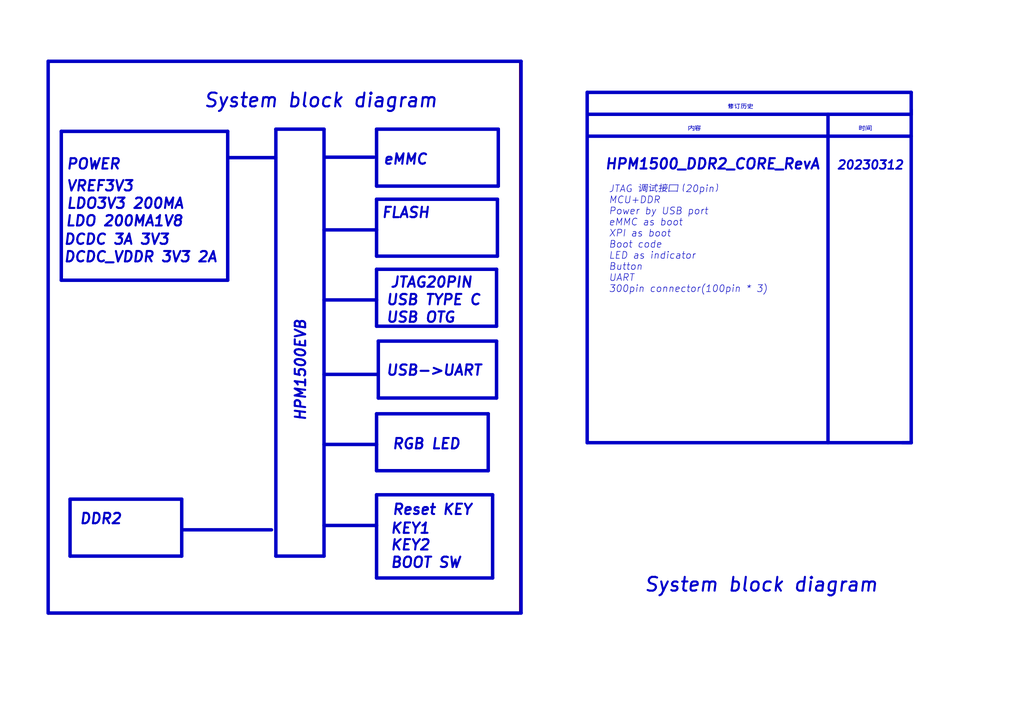
<source format=kicad_sch>
(kicad_sch (version 20230121) (generator eeschema)
  (paper "A4")
  (lib_symbols)
  (polyline (pts (xy 93.98 108.585) (xy 109.22 108.585)) (stroke (width 1)))
  (polyline (pts (xy 142.875 143.51) (xy 142.875 167.64)) (stroke (width 1) (type solid)))
  (polyline (pts (xy 144.526 53.975) (xy 109.22 53.975)) (stroke (width 1) (type solid)))
  (polyline (pts (xy 109.22 120.015) (xy 141.605 120.015)) (stroke (width 1) (type solid)))
  (polyline (pts (xy 52.705 144.78) (xy 52.705 161.29)) (stroke (width 1) (type solid)))
  (polyline (pts (xy 109.728 98.933) (xy 144.018 98.933)) (stroke (width 1) (type solid)))
  (polyline (pts (xy 109.728 98.933) (xy 109.728 115.443)) (stroke (width 1) (type solid)))
  (polyline (pts (xy 264.287 26.797) (xy 264.287 128.397)) (stroke (width 1) (type solid)))
  (polyline (pts (xy 109.22 120.015) (xy 109.22 136.525)) (stroke (width 1) (type solid)))
  (polyline (pts (xy 80.01 37.465) (xy 93.98 37.465)) (stroke (width 1) (type solid)))
  (polyline (pts (xy 109.22 57.785) (xy 144.272 57.785)) (stroke (width 1) (type solid)))
  (polyline (pts (xy 144.272 57.785) (xy 144.272 74.295)) (stroke (width 1) (type solid)))
  (polyline (pts (xy 170.307 39.497) (xy 264.287 39.497)) (stroke (width 1) (type solid)))
  (polyline (pts (xy 93.98 128.905) (xy 109.22 128.905)) (stroke (width 1)))
  (polyline (pts (xy 20.32 144.78) (xy 52.705 144.78)) (stroke (width 1) (type solid)))
  (polyline (pts (xy 264.287 33.147) (xy 264.287 31.877)) (stroke (width 1)))
  (polyline (pts (xy 144.018 115.443) (xy 109.728 115.443)) (stroke (width 1) (type solid)))
  (polyline (pts (xy 151.13 17.78) (xy 151.13 177.8)) (stroke (width 1) (type solid)))
  (polyline (pts (xy 109.22 78.105) (xy 144.018 78.105)) (stroke (width 1) (type solid)))
  (polyline (pts (xy 240.157 33.147) (xy 240.157 128.397)) (stroke (width 1) (type solid)))
  (polyline (pts (xy 109.22 57.785) (xy 109.22 74.295)) (stroke (width 1) (type solid)))
  (polyline (pts (xy 109.22 78.105) (xy 109.22 94.615)) (stroke (width 1) (type solid)))
  (polyline (pts (xy 264.287 128.397) (xy 170.307 128.397)) (stroke (width 1) (type solid)))
  (polyline (pts (xy 263.017 128.397) (xy 264.287 128.397)) (stroke (width 1)))
  (polyline (pts (xy 170.307 33.147) (xy 264.287 33.147)) (stroke (width 1) (type solid)))
  (polyline (pts (xy 144.018 78.105) (xy 144.018 94.615)) (stroke (width 1) (type solid)))
  (polyline (pts (xy 52.705 161.29) (xy 20.32 161.29)) (stroke (width 1) (type solid)))
  (polyline (pts (xy 93.98 66.675) (xy 109.22 66.675)) (stroke (width 1)))
  (polyline (pts (xy 13.97 17.78) (xy 13.97 177.8)) (stroke (width 1) (type solid)))
  (polyline (pts (xy 144.018 94.615) (xy 109.22 94.615)) (stroke (width 1) (type solid)))
  (polyline (pts (xy 109.22 37.465) (xy 109.22 53.975)) (stroke (width 1) (type solid)))
  (polyline (pts (xy 17.78 38.1) (xy 66.04 38.1)) (stroke (width 1) (type solid)))
  (polyline (pts (xy 170.307 26.797) (xy 170.307 128.397)) (stroke (width 1) (type solid)))
  (polyline (pts (xy 17.78 38.1) (xy 17.78 81.28)) (stroke (width 1) (type solid)))
  (polyline (pts (xy 142.875 167.64) (xy 109.22 167.64)) (stroke (width 1) (type solid)))
  (polyline (pts (xy 93.98 86.995) (xy 109.22 86.995)) (stroke (width 1)))
  (polyline (pts (xy 20.32 144.78) (xy 20.32 161.29)) (stroke (width 1) (type solid)))
  (polyline (pts (xy 66.04 81.28) (xy 17.78 81.28)) (stroke (width 1) (type solid)))
  (polyline (pts (xy 144.526 37.465) (xy 144.526 53.975)) (stroke (width 1) (type solid)))
  (polyline (pts (xy 170.307 26.797) (xy 264.287 26.797)) (stroke (width 1) (type solid)))
  (polyline (pts (xy 93.98 161.29) (xy 80.01 161.29)) (stroke (width 1) (type solid)))
  (polyline (pts (xy 144.018 98.933) (xy 144.018 115.443)) (stroke (width 1) (type solid)))
  (polyline (pts (xy 141.605 136.525) (xy 109.22 136.525)) (stroke (width 1) (type solid)))
  (polyline (pts (xy 80.01 37.465) (xy 80.01 161.29)) (stroke (width 1) (type solid)))
  (polyline (pts (xy 141.605 120.015) (xy 141.605 136.525)) (stroke (width 1) (type solid)))
  (polyline (pts (xy 109.22 37.465) (xy 144.526 37.465)) (stroke (width 1) (type solid)))
  (polyline (pts (xy 151.13 177.8) (xy 13.97 177.8)) (stroke (width 1) (type solid)))
  (polyline (pts (xy 53.34 153.67) (xy 78.74 153.67)) (stroke (width 1)))
  (polyline (pts (xy 93.98 37.465) (xy 93.98 161.29)) (stroke (width 1) (type solid)))
  (polyline (pts (xy 261.747 128.397) (xy 264.287 128.397)) (stroke (width 1)))
  (polyline (pts (xy 13.97 17.78) (xy 151.13 17.78)) (stroke (width 1) (type solid)))
  (polyline (pts (xy 93.98 152.4) (xy 109.22 152.4)) (stroke (width 1)))
  (polyline (pts (xy 109.22 143.51) (xy 109.22 167.64)) (stroke (width 1) (type solid)))
  (polyline (pts (xy 144.272 74.295) (xy 109.22 74.295)) (stroke (width 1) (type solid)))
  (polyline (pts (xy 66.04 38.1) (xy 66.04 81.28)) (stroke (width 1) (type solid)))
  (polyline (pts (xy 66.04 45.72) (xy 80.01 45.72)) (stroke (width 1)))
  (polyline (pts (xy 109.22 143.51) (xy 142.875 143.51)) (stroke (width 1) (type solid)))
  (polyline (pts (xy 94.488 45.593) (xy 108.458 45.593)) (stroke (width 1)))
  (text "HPM1500_DDR2_CORE_RevA" (at 175.26 49.53 0) (effects (font (size 3 3) (thickness 0.6) bold italic) (justify left bottom)))
  (text "HPM1500EVB" (at 88.9 122.555 90) (effects (font (size 3 3) (thickness 0.6) bold italic) (justify left bottom)))
  (text "时间" (at 249.047 38.227 0) (effects (font (size 1.27 1.27)) (justify left bottom)))
  (text "DCDC 3A 3V3" (at 18.288 71.374 0) (effects (font (size 3 3) (thickness 0.6) bold italic) (justify left bottom)))
  (text "LDO3V3 200MA" (at 19.05 60.96 0) (effects (font (size 3 3) (thickness 0.6) bold italic) (justify left bottom)))
  (text "USB->UART" (at 111.76 109.347 0) (effects (font (size 3 3) (thickness 0.6) bold italic) (justify left bottom)))
  (text "内容" (at 199.517 38.227 0) (effects (font (size 1.27 1.27)) (justify left bottom)))
  (text "USB OTG\n" (at 111.76 93.98 0) (effects (font (size 3 3) (thickness 0.6) bold italic) (justify left bottom)))
  (text "DDR2" (at 22.86 152.4 0) (effects (font (size 3 3) (thickness 0.6) bold italic) (justify left bottom)))
  (text "POWER" (at 19.05 49.53 0) (effects (font (size 3 3) (thickness 0.6) bold italic) (justify left bottom)))
  (text "FLASH\n" (at 110.49 63.627 0) (effects (font (size 3 3) (thickness 0.6) bold italic) (justify left bottom)))
  (text "KEY1\nKEY2" (at 113.03 160.02 0) (effects (font (size 3 3) (thickness 0.6) bold italic) (justify left bottom)))
  (text "System block diagram" (at 58.928 31.623 0) (effects (font (size 4 4) (thickness 0.6) bold italic) (justify left bottom)))
  (text "JTAG 调试接口（20pin）\nMCU+DDR\nPower by USB port\neMMC as boot\nXPI as boot\nBoot code\nLED as indicator\nButton\nUART\n300pin connector(100pin * 3)\n" (at 176.53 85.09 0) (effects (font (size 2 2) italic) (justify left bottom)))
  (text "USB TYPE C\n" (at 111.76 88.9 0) (effects (font (size 3 3) (thickness 0.6) bold italic) (justify left bottom)))
  (text "RGB LED" (at 113.538 130.683 0) (effects (font (size 3 3) (thickness 0.6) bold italic) (justify left bottom)))
  (text "LDO 200MA1V8" (at 18.796 66.04 0) (effects (font (size 3 3) (thickness 0.6) bold italic) (justify left bottom)))
  (text "20230312" (at 242.57 49.53 0) (effects (font (size 2.5 2.5) (thickness 0.5) bold italic) (justify left bottom)))
  (text "JTAG20PIN\n" (at 113.03 83.82 0) (effects (font (size 3 3) (thickness 0.6) bold italic) (justify left bottom)))
  (text "DCDC_VDDR 3V3 2A" (at 18.288 76.454 0) (effects (font (size 3 3) (thickness 0.6) bold italic) (justify left bottom)))
  (text "BOOT SW\n" (at 113.03 165.1 0) (effects (font (size 3 3) (thickness 0.6) bold italic) (justify left bottom)))
  (text "修订历史\n" (at 210.947 31.877 0) (effects (font (size 1.27 1.27)) (justify left bottom)))
  (text "System block diagram" (at 186.69 172.085 0) (effects (font (size 4 4) (thickness 0.6) bold italic) (justify left bottom)))
  (text "VREF3V3" (at 19.05 55.88 0) (effects (font (size 3 3) (thickness 0.6) bold italic) (justify left bottom)))
  (text "eMMC" (at 110.998 48.133 0) (effects (font (size 3 3) (thickness 0.6) bold italic) (justify left bottom)))
  (text "Reset KEY\n" (at 113.538 149.733 0) (effects (font (size 3 3) (thickness 0.6) bold italic) (justify left bottom)))
  (sheet (at 13.97 17.78) (size 136.652 160.401) (stroke (width 0.1524))
    (property "Sheetname" "Main" (effects hide))
    (property "Sheetfile" "Main.kicad_sch" (effects hide))
  )
)
</source>
